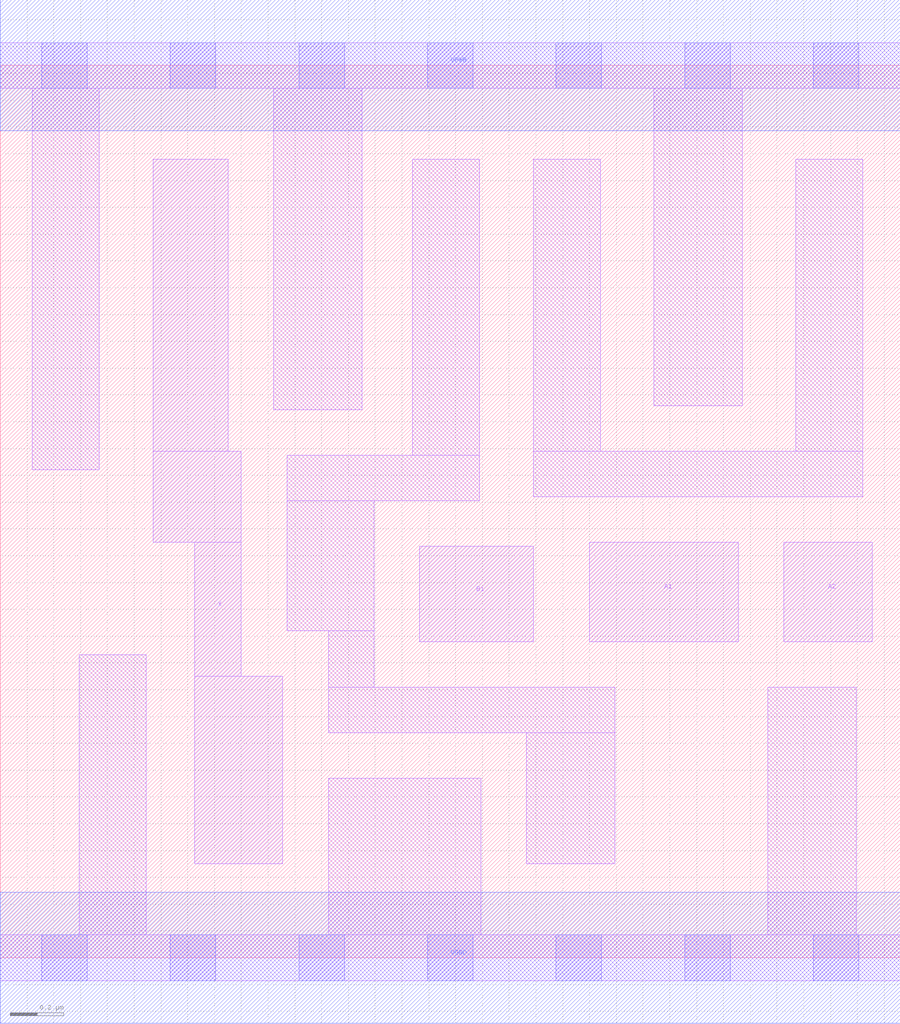
<source format=lef>
# Copyright 2020 The SkyWater PDK Authors
#
# Licensed under the Apache License, Version 2.0 (the "License");
# you may not use this file except in compliance with the License.
# You may obtain a copy of the License at
#
#     https://www.apache.org/licenses/LICENSE-2.0
#
# Unless required by applicable law or agreed to in writing, software
# distributed under the License is distributed on an "AS IS" BASIS,
# WITHOUT WARRANTIES OR CONDITIONS OF ANY KIND, either express or implied.
# See the License for the specific language governing permissions and
# limitations under the License.
#
# SPDX-License-Identifier: Apache-2.0

VERSION 5.7 ;
  NAMESCASESENSITIVE ON ;
  NOWIREEXTENSIONATPIN ON ;
  DIVIDERCHAR "/" ;
  BUSBITCHARS "[]" ;
UNITS
  DATABASE MICRONS 200 ;
END UNITS
MACRO sky130_fd_sc_hs__a21o_2
  CLASS CORE ;
  SOURCE USER ;
  FOREIGN sky130_fd_sc_hs__a21o_2 ;
  ORIGIN  0.000000  0.000000 ;
  SIZE  3.360000 BY  3.330000 ;
  SYMMETRY X Y ;
  SITE unit ;
  PIN A1
    ANTENNAGATEAREA  0.261000 ;
    DIRECTION INPUT ;
    USE SIGNAL ;
    PORT
      LAYER li1 ;
        RECT 2.200000 1.180000 2.755000 1.550000 ;
    END
  END A1
  PIN A2
    ANTENNAGATEAREA  0.261000 ;
    DIRECTION INPUT ;
    USE SIGNAL ;
    PORT
      LAYER li1 ;
        RECT 2.925000 1.180000 3.255000 1.550000 ;
    END
  END A2
  PIN B1
    ANTENNAGATEAREA  0.261000 ;
    DIRECTION INPUT ;
    USE SIGNAL ;
    PORT
      LAYER li1 ;
        RECT 1.565000 1.180000 1.990000 1.535000 ;
    END
  END B1
  PIN X
    ANTENNADIFFAREA  0.543200 ;
    DIRECTION OUTPUT ;
    USE SIGNAL ;
    PORT
      LAYER li1 ;
        RECT 0.570000 1.550000 0.900000 1.890000 ;
        RECT 0.570000 1.890000 0.850000 2.980000 ;
        RECT 0.725000 0.350000 1.055000 1.050000 ;
        RECT 0.725000 1.050000 0.900000 1.550000 ;
    END
  END X
  PIN VGND
    DIRECTION INOUT ;
    USE GROUND ;
    PORT
      LAYER met1 ;
        RECT 0.000000 -0.245000 3.360000 0.245000 ;
    END
  END VGND
  PIN VPWR
    DIRECTION INOUT ;
    USE POWER ;
    PORT
      LAYER met1 ;
        RECT 0.000000 3.085000 3.360000 3.575000 ;
    END
  END VPWR
  OBS
    LAYER li1 ;
      RECT 0.000000 -0.085000 3.360000 0.085000 ;
      RECT 0.000000  3.245000 3.360000 3.415000 ;
      RECT 0.120000  1.820000 0.370000 3.245000 ;
      RECT 0.295000  0.085000 0.545000 1.130000 ;
      RECT 1.020000  2.045000 1.350000 3.245000 ;
      RECT 1.070000  1.220000 1.395000 1.705000 ;
      RECT 1.070000  1.705000 1.790000 1.875000 ;
      RECT 1.225000  0.085000 1.795000 0.670000 ;
      RECT 1.225000  0.840000 2.295000 1.010000 ;
      RECT 1.225000  1.010000 1.395000 1.220000 ;
      RECT 1.540000  1.875000 1.790000 2.980000 ;
      RECT 1.965000  0.350000 2.295000 0.840000 ;
      RECT 1.990000  1.720000 3.220000 1.890000 ;
      RECT 1.990000  1.890000 2.240000 2.980000 ;
      RECT 2.440000  2.060000 2.770000 3.245000 ;
      RECT 2.865000  0.085000 3.195000 1.010000 ;
      RECT 2.970000  1.890000 3.220000 2.980000 ;
    LAYER mcon ;
      RECT 0.155000 -0.085000 0.325000 0.085000 ;
      RECT 0.155000  3.245000 0.325000 3.415000 ;
      RECT 0.635000 -0.085000 0.805000 0.085000 ;
      RECT 0.635000  3.245000 0.805000 3.415000 ;
      RECT 1.115000 -0.085000 1.285000 0.085000 ;
      RECT 1.115000  3.245000 1.285000 3.415000 ;
      RECT 1.595000 -0.085000 1.765000 0.085000 ;
      RECT 1.595000  3.245000 1.765000 3.415000 ;
      RECT 2.075000 -0.085000 2.245000 0.085000 ;
      RECT 2.075000  3.245000 2.245000 3.415000 ;
      RECT 2.555000 -0.085000 2.725000 0.085000 ;
      RECT 2.555000  3.245000 2.725000 3.415000 ;
      RECT 3.035000 -0.085000 3.205000 0.085000 ;
      RECT 3.035000  3.245000 3.205000 3.415000 ;
  END
END sky130_fd_sc_hs__a21o_2
END LIBRARY

</source>
